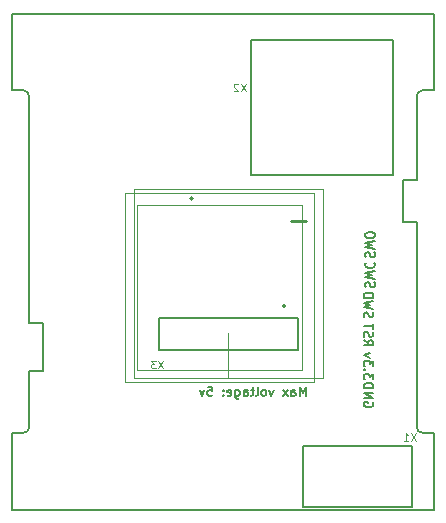
<source format=gbr>
%TF.GenerationSoftware,KiCad,Pcbnew,(5.1.4)-1*%
%TF.CreationDate,2019-12-19T22:46:11-07:00*%
%TF.ProjectId,base,62617365-2e6b-4696-9361-645f70636258,rev?*%
%TF.SameCoordinates,Original*%
%TF.FileFunction,Legend,Bot*%
%TF.FilePolarity,Positive*%
%FSLAX46Y46*%
G04 Gerber Fmt 4.6, Leading zero omitted, Abs format (unit mm)*
G04 Created by KiCad (PCBNEW (5.1.4)-1) date 2019-12-19 22:46:11*
%MOMM*%
%LPD*%
G04 APERTURE LIST*
%ADD10C,0.150000*%
%ADD11C,0.120000*%
%ADD12C,0.162560*%
%ADD13C,0.254000*%
%ADD14C,0.203200*%
%ADD15C,0.127000*%
%ADD16C,0.101600*%
G04 APERTURE END LIST*
D10*
X131000500Y-114280540D02*
X131000500Y-118280540D01*
X162651441Y-102162541D02*
X162651441Y-95050541D01*
X161502382Y-105714800D02*
X162651441Y-105714800D01*
X161502382Y-102162541D02*
X162651441Y-102162541D01*
D11*
X154700000Y-118900000D02*
X146700000Y-118900000D01*
X154700000Y-102900000D02*
X154700000Y-118900000D01*
X138700000Y-102900000D02*
X154700000Y-102900000D01*
X138700000Y-118900000D02*
X138700000Y-102900000D01*
X146700000Y-118900000D02*
X138700000Y-118900000D01*
X146700000Y-115100000D02*
X146700000Y-118900000D01*
X138950000Y-118200000D02*
X138951100Y-104239400D01*
X152951100Y-118239400D02*
X138950000Y-118200000D01*
X152951100Y-104239400D02*
X152951100Y-118239400D01*
X138950000Y-104250000D02*
X152951100Y-104239400D01*
X137951100Y-119239400D02*
X137951100Y-103239400D01*
X153951100Y-119239400D02*
X137951100Y-119239400D01*
X153951100Y-103239400D02*
X153951100Y-119239400D01*
X137951100Y-103239400D02*
X153951100Y-103239400D01*
D12*
X158226639Y-113767857D02*
X158189869Y-113657549D01*
X158189869Y-113473701D01*
X158226639Y-113400162D01*
X158263408Y-113363393D01*
X158336947Y-113326623D01*
X158410486Y-113326623D01*
X158484025Y-113363393D01*
X158520795Y-113400162D01*
X158557564Y-113473701D01*
X158594334Y-113620779D01*
X158631103Y-113694318D01*
X158667873Y-113731088D01*
X158741412Y-113767857D01*
X158814951Y-113767857D01*
X158888490Y-113731088D01*
X158925260Y-113694318D01*
X158962029Y-113620779D01*
X158962029Y-113436932D01*
X158925260Y-113326623D01*
X158962029Y-113069236D02*
X158189869Y-112885389D01*
X158741412Y-112738311D01*
X158189869Y-112591233D01*
X158962029Y-112407385D01*
X158189869Y-112113229D02*
X158962029Y-112113229D01*
X158962029Y-111929381D01*
X158925260Y-111819073D01*
X158851720Y-111745534D01*
X158778181Y-111708764D01*
X158631103Y-111671995D01*
X158520795Y-111671995D01*
X158373717Y-111708764D01*
X158300178Y-111745534D01*
X158226639Y-111819073D01*
X158189869Y-111929381D01*
X158189869Y-112113229D01*
X158353639Y-111227857D02*
X158316869Y-111117549D01*
X158316869Y-110933701D01*
X158353639Y-110860162D01*
X158390408Y-110823393D01*
X158463947Y-110786623D01*
X158537486Y-110786623D01*
X158611025Y-110823393D01*
X158647795Y-110860162D01*
X158684564Y-110933701D01*
X158721334Y-111080779D01*
X158758103Y-111154318D01*
X158794873Y-111191088D01*
X158868412Y-111227857D01*
X158941951Y-111227857D01*
X159015490Y-111191088D01*
X159052260Y-111154318D01*
X159089029Y-111080779D01*
X159089029Y-110896932D01*
X159052260Y-110786623D01*
X159089029Y-110529236D02*
X158316869Y-110345389D01*
X158868412Y-110198311D01*
X158316869Y-110051233D01*
X159089029Y-109867385D01*
X158390408Y-109131995D02*
X158353639Y-109168764D01*
X158316869Y-109279073D01*
X158316869Y-109352612D01*
X158353639Y-109462920D01*
X158427178Y-109536459D01*
X158500717Y-109573229D01*
X158647795Y-109609998D01*
X158758103Y-109609998D01*
X158905181Y-109573229D01*
X158978720Y-109536459D01*
X159052260Y-109462920D01*
X159089029Y-109352612D01*
X159089029Y-109279073D01*
X159052260Y-109168764D01*
X159015490Y-109131995D01*
D13*
X153327100Y-105638600D02*
X152057100Y-105638600D01*
D12*
X153260488Y-120413230D02*
X153260488Y-119641070D01*
X153003101Y-120192613D01*
X152745715Y-119641070D01*
X152745715Y-120413230D01*
X152047094Y-120413230D02*
X152047094Y-120008765D01*
X152083863Y-119935226D01*
X152157402Y-119898457D01*
X152304480Y-119898457D01*
X152378019Y-119935226D01*
X152047094Y-120376460D02*
X152120633Y-120413230D01*
X152304480Y-120413230D01*
X152378019Y-120376460D01*
X152414789Y-120302921D01*
X152414789Y-120229382D01*
X152378019Y-120155843D01*
X152304480Y-120119074D01*
X152120633Y-120119074D01*
X152047094Y-120082304D01*
X151752937Y-120413230D02*
X151348473Y-119898457D01*
X151752937Y-119898457D02*
X151348473Y-120413230D01*
X150539543Y-119898457D02*
X150355696Y-120413230D01*
X150171848Y-119898457D01*
X149767383Y-120413230D02*
X149840922Y-120376460D01*
X149877692Y-120339691D01*
X149914461Y-120266152D01*
X149914461Y-120045535D01*
X149877692Y-119971996D01*
X149840922Y-119935226D01*
X149767383Y-119898457D01*
X149657075Y-119898457D01*
X149583536Y-119935226D01*
X149546766Y-119971996D01*
X149509996Y-120045535D01*
X149509996Y-120266152D01*
X149546766Y-120339691D01*
X149583536Y-120376460D01*
X149657075Y-120413230D01*
X149767383Y-120413230D01*
X149068762Y-120413230D02*
X149142301Y-120376460D01*
X149179071Y-120302921D01*
X149179071Y-119641070D01*
X148884915Y-119898457D02*
X148590758Y-119898457D01*
X148774606Y-119641070D02*
X148774606Y-120302921D01*
X148737836Y-120376460D01*
X148664297Y-120413230D01*
X148590758Y-120413230D01*
X148002446Y-120413230D02*
X148002446Y-120008765D01*
X148039216Y-119935226D01*
X148112755Y-119898457D01*
X148259833Y-119898457D01*
X148333372Y-119935226D01*
X148002446Y-120376460D02*
X148075985Y-120413230D01*
X148259833Y-120413230D01*
X148333372Y-120376460D01*
X148370141Y-120302921D01*
X148370141Y-120229382D01*
X148333372Y-120155843D01*
X148259833Y-120119074D01*
X148075985Y-120119074D01*
X148002446Y-120082304D01*
X147303825Y-119898457D02*
X147303825Y-120523539D01*
X147340595Y-120597078D01*
X147377364Y-120633847D01*
X147450903Y-120670617D01*
X147561212Y-120670617D01*
X147634751Y-120633847D01*
X147303825Y-120376460D02*
X147377364Y-120413230D01*
X147524442Y-120413230D01*
X147597981Y-120376460D01*
X147634751Y-120339691D01*
X147671520Y-120266152D01*
X147671520Y-120045535D01*
X147634751Y-119971996D01*
X147597981Y-119935226D01*
X147524442Y-119898457D01*
X147377364Y-119898457D01*
X147303825Y-119935226D01*
X146641974Y-120376460D02*
X146715513Y-120413230D01*
X146862591Y-120413230D01*
X146936130Y-120376460D01*
X146972899Y-120302921D01*
X146972899Y-120008765D01*
X146936130Y-119935226D01*
X146862591Y-119898457D01*
X146715513Y-119898457D01*
X146641974Y-119935226D01*
X146605204Y-120008765D01*
X146605204Y-120082304D01*
X146972899Y-120155843D01*
X146274278Y-120339691D02*
X146237509Y-120376460D01*
X146274278Y-120413230D01*
X146311048Y-120376460D01*
X146274278Y-120339691D01*
X146274278Y-120413230D01*
X146274278Y-119935226D02*
X146237509Y-119971996D01*
X146274278Y-120008765D01*
X146311048Y-119971996D01*
X146274278Y-119935226D01*
X146274278Y-120008765D01*
X144950576Y-119641070D02*
X145318271Y-119641070D01*
X145355040Y-120008765D01*
X145318271Y-119971996D01*
X145244732Y-119935226D01*
X145060884Y-119935226D01*
X144987345Y-119971996D01*
X144950576Y-120008765D01*
X144913806Y-120082304D01*
X144913806Y-120266152D01*
X144950576Y-120339691D01*
X144987345Y-120376460D01*
X145060884Y-120413230D01*
X145244732Y-120413230D01*
X145318271Y-120376460D01*
X145355040Y-120339691D01*
X144656419Y-119898457D02*
X144472572Y-120413230D01*
X144288724Y-119898457D01*
X158189869Y-115702854D02*
X158557564Y-115960240D01*
X158189869Y-116144088D02*
X158962029Y-116144088D01*
X158962029Y-115849932D01*
X158925260Y-115776393D01*
X158888490Y-115739623D01*
X158814951Y-115702854D01*
X158704642Y-115702854D01*
X158631103Y-115739623D01*
X158594334Y-115776393D01*
X158557564Y-115849932D01*
X158557564Y-116144088D01*
X158226639Y-115408697D02*
X158189869Y-115298389D01*
X158189869Y-115114541D01*
X158226639Y-115041002D01*
X158263408Y-115004233D01*
X158336947Y-114967463D01*
X158410486Y-114967463D01*
X158484025Y-115004233D01*
X158520795Y-115041002D01*
X158557564Y-115114541D01*
X158594334Y-115261619D01*
X158631103Y-115335158D01*
X158667873Y-115371928D01*
X158741412Y-115408697D01*
X158814951Y-115408697D01*
X158888490Y-115371928D01*
X158925260Y-115335158D01*
X158962029Y-115261619D01*
X158962029Y-115077772D01*
X158925260Y-114967463D01*
X158962029Y-114746846D02*
X158962029Y-114305612D01*
X158189869Y-114526229D02*
X158962029Y-114526229D01*
X158925260Y-120946623D02*
X158962029Y-121020162D01*
X158962029Y-121130471D01*
X158925260Y-121240779D01*
X158851720Y-121314318D01*
X158778181Y-121351088D01*
X158631103Y-121387857D01*
X158520795Y-121387857D01*
X158373717Y-121351088D01*
X158300178Y-121314318D01*
X158226639Y-121240779D01*
X158189869Y-121130471D01*
X158189869Y-121056932D01*
X158226639Y-120946623D01*
X158263408Y-120909854D01*
X158520795Y-120909854D01*
X158520795Y-121056932D01*
X158189869Y-120578928D02*
X158962029Y-120578928D01*
X158189869Y-120137694D01*
X158962029Y-120137694D01*
X158189869Y-119769998D02*
X158962029Y-119769998D01*
X158962029Y-119586151D01*
X158925260Y-119475842D01*
X158851720Y-119402303D01*
X158778181Y-119365534D01*
X158631103Y-119328764D01*
X158520795Y-119328764D01*
X158373717Y-119365534D01*
X158300178Y-119402303D01*
X158226639Y-119475842D01*
X158189869Y-119586151D01*
X158189869Y-119769998D01*
X158962029Y-119011627D02*
X158962029Y-118533623D01*
X158667873Y-118791010D01*
X158667873Y-118680701D01*
X158631103Y-118607162D01*
X158594334Y-118570393D01*
X158520795Y-118533623D01*
X158336947Y-118533623D01*
X158263408Y-118570393D01*
X158226639Y-118607162D01*
X158189869Y-118680701D01*
X158189869Y-118901318D01*
X158226639Y-118974857D01*
X158263408Y-119011627D01*
X158263408Y-118202697D02*
X158226639Y-118165928D01*
X158189869Y-118202697D01*
X158226639Y-118239467D01*
X158263408Y-118202697D01*
X158189869Y-118202697D01*
X158962029Y-117908541D02*
X158962029Y-117430537D01*
X158667873Y-117687924D01*
X158667873Y-117577616D01*
X158631103Y-117504076D01*
X158594334Y-117467307D01*
X158520795Y-117430537D01*
X158336947Y-117430537D01*
X158263408Y-117467307D01*
X158226639Y-117504076D01*
X158189869Y-117577616D01*
X158189869Y-117798233D01*
X158226639Y-117871772D01*
X158263408Y-117908541D01*
X158704642Y-117173151D02*
X158189869Y-116989303D01*
X158704642Y-116805456D01*
X158353639Y-108687857D02*
X158316869Y-108577549D01*
X158316869Y-108393701D01*
X158353639Y-108320162D01*
X158390408Y-108283393D01*
X158463947Y-108246623D01*
X158537486Y-108246623D01*
X158611025Y-108283393D01*
X158647795Y-108320162D01*
X158684564Y-108393701D01*
X158721334Y-108540779D01*
X158758103Y-108614318D01*
X158794873Y-108651088D01*
X158868412Y-108687857D01*
X158941951Y-108687857D01*
X159015490Y-108651088D01*
X159052260Y-108614318D01*
X159089029Y-108540779D01*
X159089029Y-108356932D01*
X159052260Y-108246623D01*
X159089029Y-107989236D02*
X158316869Y-107805389D01*
X158868412Y-107658311D01*
X158316869Y-107511233D01*
X159089029Y-107327385D01*
X159089029Y-106886151D02*
X159089029Y-106739073D01*
X159052260Y-106665534D01*
X158978720Y-106591995D01*
X158831642Y-106555225D01*
X158574256Y-106555225D01*
X158427178Y-106591995D01*
X158353639Y-106665534D01*
X158316869Y-106739073D01*
X158316869Y-106886151D01*
X158353639Y-106959690D01*
X158427178Y-107033229D01*
X158574256Y-107069998D01*
X158831642Y-107069998D01*
X158978720Y-107033229D01*
X159052260Y-106959690D01*
X159089029Y-106886151D01*
D14*
X143708900Y-103736600D02*
G75*
G03X143708900Y-103736600I-127000J0D01*
G01*
D10*
X129851441Y-123050540D02*
G75*
G02X129351441Y-123550540I-500000J0D01*
G01*
X129351441Y-94550541D02*
G75*
G02X129851441Y-95050541I0J-500000D01*
G01*
X162651441Y-95050541D02*
G75*
G02X163151441Y-94550541I500000J0D01*
G01*
X163151441Y-123550540D02*
G75*
G02X162651441Y-123050540I0J500000D01*
G01*
X128351441Y-88050540D02*
X128351441Y-94550540D01*
X163151441Y-94550541D02*
X164151441Y-94550540D01*
X162651441Y-123050540D02*
X162651441Y-105714800D01*
X164151441Y-123550540D02*
X163151441Y-123550540D01*
X164151441Y-94550540D02*
X164151440Y-88050541D01*
X129851441Y-95050541D02*
X129851441Y-114280540D01*
X128351441Y-94550540D02*
X129351441Y-94550541D01*
X128351441Y-130050540D02*
X162651440Y-130050540D01*
X129851441Y-114280540D02*
X131000500Y-114280540D01*
X161502382Y-102162541D02*
X161502382Y-105714800D01*
X162651440Y-88050540D02*
X128351441Y-88050540D01*
X131000500Y-118280540D02*
X129851441Y-118280540D01*
X128351441Y-123550540D02*
X128351441Y-130050540D01*
X129351441Y-123550540D02*
X128351441Y-123550540D01*
X129851441Y-118280540D02*
X129851441Y-123050540D01*
X162651440Y-130050540D02*
X164151440Y-130050540D01*
X164151440Y-88050541D02*
X162651440Y-88050540D01*
X164151440Y-130050540D02*
X164151441Y-123550540D01*
D14*
X140852300Y-113814200D02*
X140852300Y-116508900D01*
X152593100Y-113826900D02*
X140852300Y-113814200D01*
X152593100Y-116521600D02*
X152593100Y-113826900D01*
X140852300Y-116508900D02*
X152593100Y-116521600D01*
D15*
X151569900Y-112787300D02*
G75*
G03X151569900Y-112787300I-127000J0D01*
G01*
X153070000Y-124634000D02*
X153070000Y-129789000D01*
X162230000Y-124634000D02*
X153070000Y-124634000D01*
X162230000Y-129789000D02*
X162230000Y-124634000D01*
X162230000Y-129789000D02*
X153070000Y-129789000D01*
X148653500Y-101703900D02*
X148653500Y-90303900D01*
X160653500Y-101703900D02*
X148653500Y-101703900D01*
X160653500Y-90303900D02*
X160653500Y-101703900D01*
X148653500Y-90303900D02*
X160653500Y-90303900D01*
D16*
X141185949Y-117446161D02*
X140762616Y-118081161D01*
X140762616Y-117446161D02*
X141185949Y-118081161D01*
X140581187Y-117446161D02*
X140188092Y-117446161D01*
X140399759Y-117688066D01*
X140309044Y-117688066D01*
X140248568Y-117718304D01*
X140218330Y-117748542D01*
X140188092Y-117809019D01*
X140188092Y-117960209D01*
X140218330Y-118020685D01*
X140248568Y-118050923D01*
X140309044Y-118081161D01*
X140490473Y-118081161D01*
X140550949Y-118050923D01*
X140581187Y-118020685D01*
X162573245Y-123568761D02*
X162149912Y-124203761D01*
X162149912Y-123568761D02*
X162573245Y-124203761D01*
X161575388Y-124203761D02*
X161938245Y-124203761D01*
X161756817Y-124203761D02*
X161756817Y-123568761D01*
X161817293Y-123659476D01*
X161877769Y-123719952D01*
X161938245Y-123750190D01*
X148165145Y-93984761D02*
X147741812Y-94619761D01*
X147741812Y-93984761D02*
X148165145Y-94619761D01*
X147530145Y-94045238D02*
X147499907Y-94015000D01*
X147439431Y-93984761D01*
X147288240Y-93984761D01*
X147227764Y-94015000D01*
X147197526Y-94045238D01*
X147167288Y-94105714D01*
X147167288Y-94166190D01*
X147197526Y-94256904D01*
X147560383Y-94619761D01*
X147167288Y-94619761D01*
M02*

</source>
